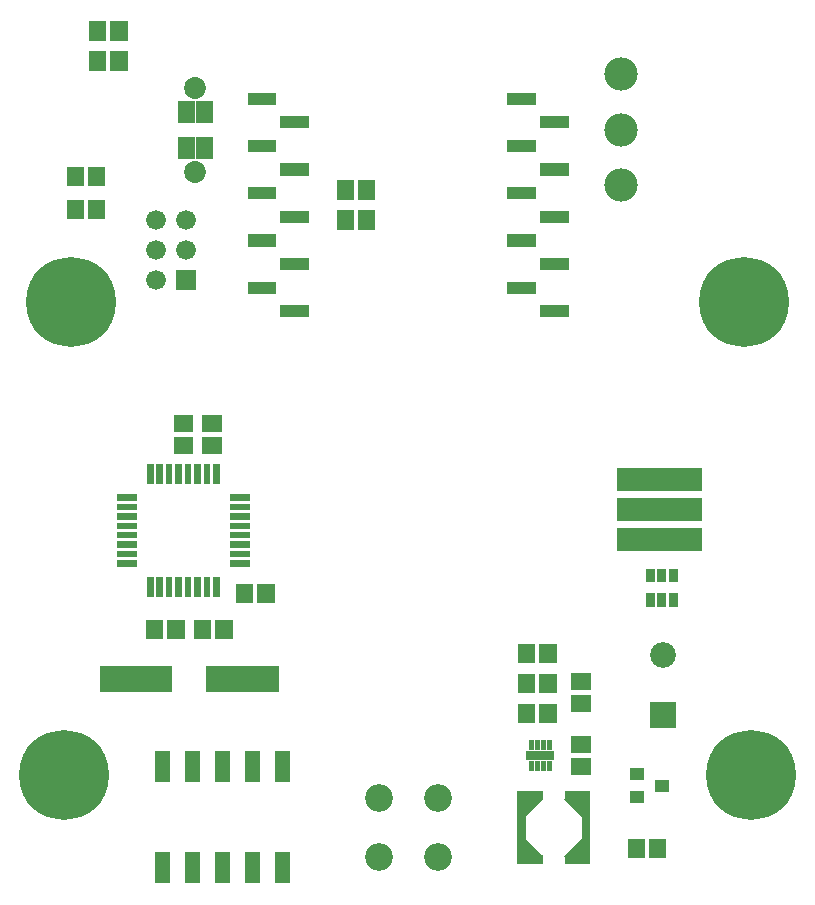
<source format=gbr>
G04 start of page 7 for group -4063 idx -4063 *
G04 Title: (unknown), componentmask *
G04 Creator: pcb 20110918 *
G04 CreationDate: Thu 09 Jul 2015 02:06:34 AM GMT UTC *
G04 For: petersen *
G04 Format: Gerber/RS-274X *
G04 PCB-Dimensions: 269500 307800 *
G04 PCB-Coordinate-Origin: lower left *
%MOIN*%
%FSLAX25Y25*%
%LNTOPMASK*%
%ADD86R,0.0410X0.0410*%
%ADD85R,0.0300X0.0300*%
%ADD84R,0.0257X0.0257*%
%ADD83R,0.0158X0.0158*%
%ADD82R,0.0760X0.0760*%
%ADD81R,0.0300X0.0300*%
%ADD80R,0.0290X0.0290*%
%ADD79R,0.0400X0.0400*%
%ADD78R,0.0217X0.0217*%
%ADD77R,0.0572X0.0572*%
%ADD76R,0.0847X0.0847*%
%ADD75R,0.0520X0.0520*%
%ADD74C,0.1110*%
%ADD73C,0.0860*%
%ADD72C,0.0920*%
%ADD71C,0.0730*%
%ADD70C,0.0660*%
%ADD69C,0.0001*%
%ADD68C,0.2997*%
G54D68*X22600Y200400D03*
X20350Y42900D03*
G54D69*G36*
X57700Y211100D02*Y204500D01*
X64300D01*
Y211100D01*
X57700D01*
G37*
G54D70*X61000Y217800D03*
X51000Y207800D03*
Y217800D03*
X61000Y227800D03*
X51000D03*
G54D71*X64000Y243750D03*
Y271850D03*
G54D68*X246900Y200400D03*
X249150Y42900D03*
G54D72*X125157Y35143D03*
Y15457D03*
X144843Y35143D03*
Y15457D03*
G54D69*G36*
X215700Y67100D02*Y58500D01*
X224300D01*
Y67100D01*
X215700D01*
G37*
G54D73*X220000Y82800D03*
G54D74*X206000Y276300D03*
Y257800D03*
Y239300D03*
G54D75*X93000Y48350D02*Y43150D01*
Y14450D02*Y9250D01*
X83000Y48350D02*Y43150D01*
Y14450D02*Y9250D01*
X73000Y48350D02*Y43150D01*
Y14450D02*Y9250D01*
X63000Y48350D02*Y43150D01*
Y14450D02*Y9250D01*
X53000Y14450D02*Y9250D01*
G54D76*X71843Y74800D02*X87591D01*
G54D75*X53000Y48350D02*Y43150D01*
G54D76*X36409Y74800D02*X52157D01*
G54D77*X50457Y91693D02*Y90907D01*
G54D78*X58425Y107734D02*Y103308D01*
X61575Y107734D02*Y103308D01*
X64725Y107734D02*Y103308D01*
X67874Y107734D02*Y103308D01*
X71024Y107734D02*Y103308D01*
X76566Y113277D02*X80992D01*
G54D77*X80457Y103693D02*Y102907D01*
X87543Y103693D02*Y102907D01*
G54D78*X76566Y116426D02*X80992D01*
X76566Y119576D02*X80992D01*
X76566Y122725D02*X80992D01*
X76566Y125875D02*X80992D01*
X76566Y129025D02*X80992D01*
G54D77*X73543Y91693D02*Y90907D01*
X66457Y91693D02*Y90907D01*
X57543Y91693D02*Y90907D01*
G54D78*X76566Y132174D02*X80992D01*
X76566Y135324D02*X80992D01*
X48977Y107734D02*Y103308D01*
X52126Y107734D02*Y103308D01*
X55276Y107734D02*Y103308D01*
X55275Y145292D02*Y140866D01*
X52126Y145292D02*Y140866D01*
X48976Y145292D02*Y140866D01*
X39008Y135323D02*X43434D01*
X39008Y132174D02*X43434D01*
X39008Y129024D02*X43434D01*
X39008Y125875D02*X43434D01*
X39008Y122725D02*X43434D01*
X39008Y119575D02*X43434D01*
X39008Y116426D02*X43434D01*
X39008Y113276D02*X43434D01*
G54D77*X218043Y18693D02*Y17907D01*
X210957Y18693D02*Y17907D01*
G54D79*X211043Y43143D02*X211643D01*
X211043Y35343D02*X211643D01*
X219243Y39243D02*X219843D01*
G54D80*X194200Y36000D02*Y14600D01*
G54D69*G36*
X189577Y37396D02*X195596Y31377D01*
X193050Y28831D01*
X187031Y34850D01*
X189577Y37396D01*
G37*
G36*
X187031Y15750D02*X193050Y21769D01*
X195596Y19223D01*
X189577Y13204D01*
X187031Y15750D01*
G37*
G36*
X191250Y36650D02*Y33050D01*
X194850D01*
Y36650D01*
X191250D01*
G37*
G36*
Y17550D02*Y13950D01*
X194850D01*
Y17550D01*
X191250D01*
G37*
G54D80*X188600Y14600D02*X194200D01*
X172800Y36000D02*Y14600D01*
Y36000D02*X178400D01*
G54D69*G36*
X171404Y31377D02*X177423Y37396D01*
X179969Y34850D01*
X173950Y28831D01*
X171404Y31377D01*
G37*
G36*
X172150Y36650D02*Y33050D01*
X175750D01*
Y36650D01*
X172150D01*
G37*
G54D80*X172800Y14600D02*X178400D01*
G54D69*G36*
X173950Y21769D02*X179969Y15750D01*
X177423Y13204D01*
X171404Y19223D01*
X173950Y21769D01*
G37*
G36*
X172150Y17550D02*Y13950D01*
X175750D01*
Y17550D01*
X172150D01*
G37*
G54D81*X215600Y101900D02*Y100300D01*
X219500Y101900D02*Y100300D01*
X223400Y101900D02*Y100300D01*
Y110100D02*Y108500D01*
G54D82*X208500Y121300D02*X229000D01*
X208500Y131300D02*X229000D01*
X208500Y141300D02*X229000D01*
G54D81*X219500Y110100D02*Y108500D01*
X215600Y110100D02*Y108500D01*
G54D77*X181543Y63693D02*Y62907D01*
X174457Y63693D02*Y62907D01*
X192107Y66757D02*X192893D01*
X174457Y83693D02*Y82907D01*
X181543Y83693D02*Y82907D01*
X174457Y73693D02*Y72907D01*
X181543Y73693D02*Y72907D01*
X192107Y73843D02*X192893D01*
G54D83*X181953Y53828D02*Y52056D01*
X179984Y53828D02*Y52056D01*
X178016Y53828D02*Y52056D01*
X176047Y53828D02*Y52056D01*
Y46544D02*Y44772D01*
X178016Y46544D02*Y44772D01*
X179984Y46544D02*Y44772D01*
X181953Y46544D02*Y44772D01*
G54D84*X176047Y49300D02*X181953D01*
G54D85*X175870D02*X182130D01*
G54D77*X192107Y45757D02*X192893D01*
X192107Y52843D02*X192893D01*
G54D80*X188600Y36000D02*X194200D01*
G54D86*X170059Y268233D02*X175571D01*
X170059Y252485D02*X175571D01*
X170059Y236737D02*X175571D01*
X170059Y220989D02*X175571D01*
X170059Y205241D02*X175571D01*
X181043Y197367D02*X186555D01*
X181043Y213115D02*X186555D01*
X181043Y228863D02*X186555D01*
X181043Y244611D02*X186555D01*
X181043Y260359D02*X186555D01*
G54D77*X61050Y252700D02*Y251100D01*
X66950Y252700D02*Y251100D01*
X61050Y264500D02*Y262900D01*
X66950Y264500D02*Y262900D01*
X121043Y238193D02*Y237407D01*
X113957Y238193D02*Y237407D01*
X121043Y228193D02*Y227407D01*
X113957Y228193D02*Y227407D01*
G54D86*X83445Y268233D02*X88957D01*
X83445Y252485D02*X88957D01*
X94429Y244611D02*X99941D01*
X94429Y260359D02*X99941D01*
X83445Y236737D02*X88957D01*
X83445Y220989D02*X88957D01*
X83445Y205241D02*X88957D01*
X94429Y197367D02*X99941D01*
X94429Y213115D02*X99941D01*
X94429Y228863D02*X99941D01*
G54D77*X69107Y152757D02*X69893D01*
X69107Y159843D02*X69893D01*
X59607Y152757D02*X60393D01*
X59607Y159843D02*X60393D01*
G54D78*X71023Y145292D02*Y140866D01*
X67874Y145292D02*Y140866D01*
X64724Y145292D02*Y140866D01*
X61575Y145292D02*Y140866D01*
X58425Y145292D02*Y140866D01*
G54D77*X31457Y291193D02*Y290407D01*
X38543Y291193D02*Y290407D01*
X31457Y281193D02*Y280407D01*
X38543Y281193D02*Y280407D01*
X23957Y242693D02*Y241907D01*
X31043Y242693D02*Y241907D01*
X23957Y231693D02*Y230907D01*
X31043Y231693D02*Y230907D01*
M02*

</source>
